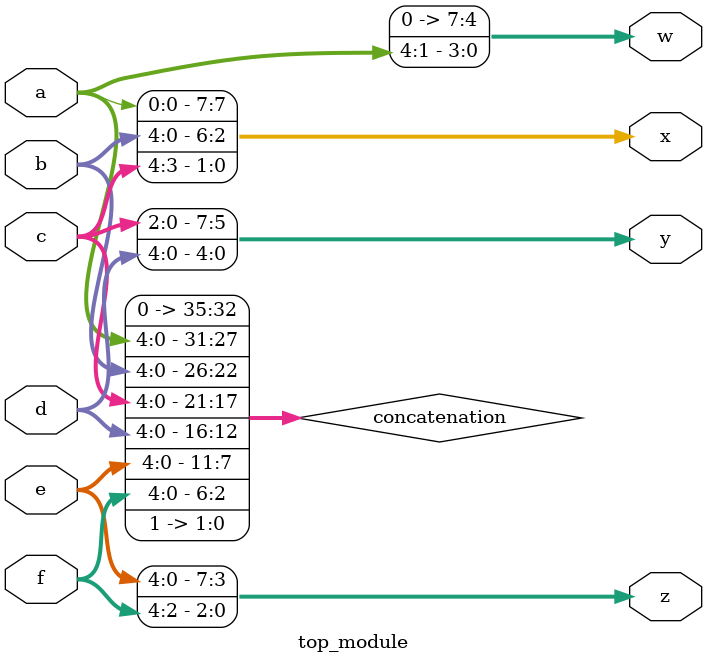
<source format=sv>
module top_module (
    input [4:0] a,
    input [4:0] b,
    input [4:0] c,
    input [4:0] d,
    input [4:0] e,
    input [4:0] f,
    output [7:0] w,
    output [7:0] x,
    output [7:0] y,
    output [7:0] z
);

    wire [35:0] concatenation;

    assign concatenation = {a, b, c, d, e, f, 2'b11};

    assign w = concatenation[35:28];
    assign x = concatenation[27:20];
    assign y = concatenation[19:12];
    assign z = concatenation[11:4];

endmodule

</source>
